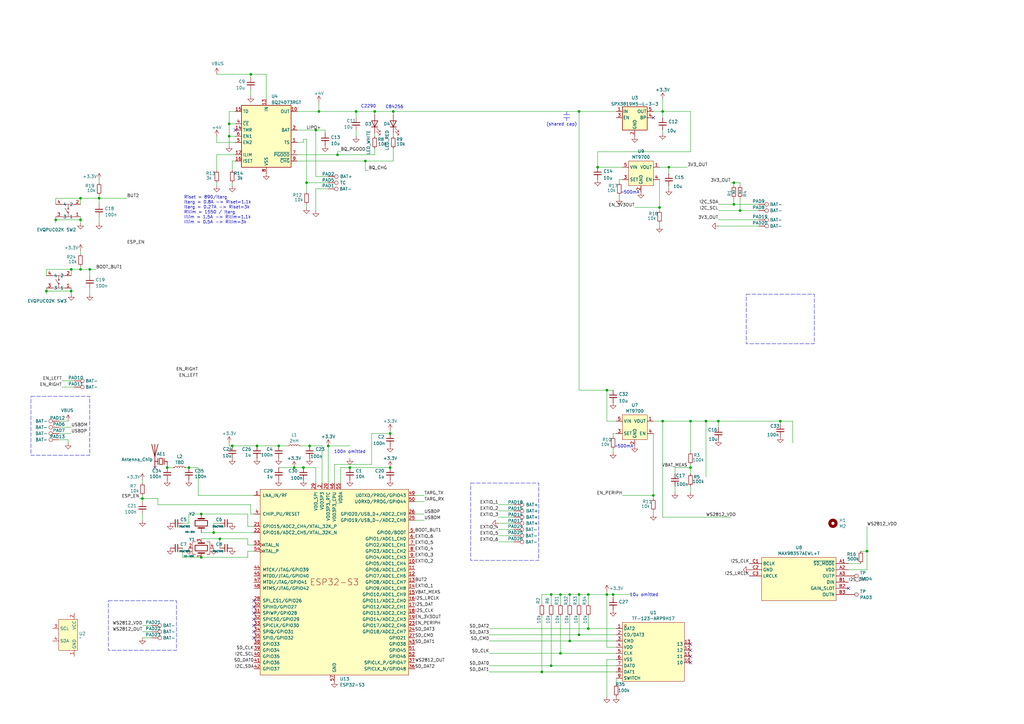
<source format=kicad_sch>
(kicad_sch (version 20231120) (generator "eeschema") (generator_version "8.0")
  (paper "A3")
  (junction (at 320.04 172.72))
  (junction (at 229.87 267.97))
  (junction (at 160.02 177.8))
  (junction (at 248.92 160.02))
  (junction (at 105.41 182.88))
  (junction (at 226.06 243.84))
  (junction (at 33.02 90.17))
  (junction (at 22.86 90.17))
  (junction (at 160.02 191.77))
  (junction (at 33.02 110.49))
  (junction (at -27.94 184.15))
  (junction (at 130.81 45.72))
  (junction (at 289.56 172.72))
  (junction (at 222.25 275.59))
  (junction (at 93.98 50.8))
  (junction (at 300.99 74.93))
  (junction (at 241.3 243.84))
  (junction (at 95.25 182.88))
  (junction (at 124.46 191.77))
  (junction (at 120.65 191.77))
  (junction (at 283.21 172.72))
  (junction (at 237.49 45.72))
  (junction (at 270.51 85.09))
  (junction (at 93.98 55.88))
  (junction (at 90.17 220.98))
  (junction (at 233.68 243.84))
  (junction (at 241.3 257.81))
  (junction (at 153.67 45.72))
  (junction (at 143.51 191.77))
  (junction (at 33.02 81.28))
  (junction (at 82.55 228.6))
  (junction (at 102.87 30.48))
  (junction (at 294.64 172.72))
  (junction (at 149.86 66.04))
  (junction (at 129.54 53.34))
  (junction (at 226.06 273.05))
  (junction (at 58.42 204.47))
  (junction (at 146.05 45.72))
  (junction (at 274.32 68.58))
  (junction (at 127 182.88))
  (junction (at 251.46 243.84))
  (junction (at 114.3 182.88))
  (junction (at 283.21 191.77))
  (junction (at 303.53 86.36))
  (junction (at 19.05 119.38))
  (junction (at 300.99 83.82))
  (junction (at 237.49 243.84))
  (junction (at 161.29 45.72))
  (junction (at -27.94 181.61))
  (junction (at 87.63 218.44))
  (junction (at 233.68 262.89))
  (junction (at 36.83 110.49))
  (junction (at 125.73 74.93))
  (junction (at 29.21 110.49))
  (junction (at 138.43 63.5))
  (junction (at 82.55 210.82))
  (junction (at 229.87 243.84))
  (junction (at -48.26 204.47))
  (junction (at 355.6 226.06))
  (junction (at 271.78 45.72))
  (junction (at 134.62 182.88))
  (junction (at 245.11 68.58))
  (junction (at 267.97 203.2))
  (junction (at 68.58 191.77))
  (junction (at 237.49 260.35))
  (junction (at 77.47 191.77))
  (junction (at 271.78 172.72))
  (junction (at 29.21 119.38))
  (junction (at 40.64 81.28))
  (junction (at 248.92 243.84))
  (no_connect (at 104.14 251.46))
  (no_connect (at 347.98 241.3))
  (no_connect (at 63.5 191.77))
  (no_connect (at 267.97 48.26))
  (no_connect (at 104.14 261.62))
  (no_connect (at 283.21 269.24))
  (no_connect (at 283.21 264.16))
  (no_connect (at 104.14 259.08))
  (no_connect (at -29.21 196.85))
  (no_connect (at 104.14 248.92))
  (no_connect (at 104.14 254))
  (no_connect (at 104.14 256.54))
  (no_connect (at 96.52 53.34))
  (no_connect (at -29.21 194.31))
  (no_connect (at 283.21 271.78))
  (no_connect (at 104.14 246.38))
  (no_connect (at 283.21 266.7))
  (wire (pts (xy 101.6 210.82) (xy 101.6 215.9)))
  (wire (pts (xy 233.68 243.84) (xy 237.49 243.84)))
  (wire (pts (xy 300.99 81.28) (xy 300.99 83.82)))
  (wire (pts (xy 81.28 191.77) (xy 77.47 191.77)))
  (wire (pts (xy -26.67 165.1) (xy -26.67 166.37)))
  (wire (pts (xy 248.92 160.02) (xy 248.92 172.72)))
  (wire (pts (xy 303.53 74.93) (xy 303.53 76.2)))
  (wire (pts (xy 81.28 203.2) (xy 81.28 191.77)))
  (wire (pts (xy 300.99 83.82) (xy 311.15 83.82)))
  (wire (pts (xy 58.42 256.54) (xy 62.23 256.54)))
  (wire (pts (xy 25.4 158.75) (xy 30.48 158.75)))
  (wire (pts (xy 271.78 45.72) (xy 271.78 40.64)))
  (wire (pts (xy 82.55 218.44) (xy 87.63 218.44)))
  (wire (pts (xy 129.54 53.34) (xy 129.54 72.39)))
  (wire (pts (xy 124.46 58.42) (xy 121.92 58.42)))
  (wire (pts (xy -52.07 232.41) (xy -50.8 232.41)))
  (wire (pts (xy 254 81.28) (xy 254 80.01)))
  (wire (pts (xy 33.02 90.17) (xy 33.02 91.44)))
  (wire (pts (xy 77.47 214.63) (xy 77.47 210.82)))
  (wire (pts (xy 121.92 66.04) (xy 149.86 66.04)))
  (polyline (pts (xy 232.41 45.72) (xy 232.41 46.99)))
  (wire (pts (xy 283.21 199.39) (xy 283.21 201.93)))
  (wire (pts (xy 146.05 55.88) (xy 146.05 53.34)))
  (wire (pts (xy 325.12 172.72) (xy 325.12 181.61)))
  (wire (pts (xy 283.21 172.72) (xy 289.56 172.72)))
  (wire (pts (xy 161.29 45.72) (xy 161.29 46.99)))
  (wire (pts (xy -26.67 166.37) (xy -29.21 166.37)))
  (wire (pts (xy 93.98 50.8) (xy 93.98 55.88)))
  (wire (pts (xy 58.42 196.85) (xy 58.42 198.12)))
  (wire (pts (xy 25.4 156.21) (xy 30.48 156.21)))
  (wire (pts (xy 283.21 191.77) (xy 283.21 194.31)))
  (wire (pts (xy 252.73 260.35) (xy 237.49 260.35)))
  (wire (pts (xy 270.51 85.09) (xy 270.51 86.36)))
  (wire (pts (xy 294.64 90.17) (xy 311.15 90.17)))
  (wire (pts (xy 121.92 63.5) (xy 138.43 63.5)))
  (wire (pts (xy 149.86 66.04) (xy 161.29 66.04)))
  (wire (pts (xy 267.97 210.82) (xy 267.97 209.55)))
  (wire (pts (xy 254 73.66) (xy 255.27 73.66)))
  (wire (pts (xy 118.11 182.88) (xy 114.3 182.88)))
  (wire (pts (xy 102.87 30.48) (xy 109.22 30.48)))
  (wire (pts (xy 58.42 204.47) (xy 58.42 205.74)))
  (wire (pts (xy 29.21 110.49) (xy 19.05 110.49)))
  (wire (pts (xy 320.04 172.72) (xy 325.12 172.72)))
  (wire (pts (xy 125.73 57.15) (xy 125.73 74.93)))
  (wire (pts (xy 77.47 214.63) (xy 74.93 214.63)))
  (wire (pts (xy 58.42 261.62) (xy 62.23 261.62)))
  (wire (pts (xy 127 182.88) (xy 132.08 182.88)))
  (wire (pts (xy 161.29 60.96) (xy 161.29 66.04)))
  (wire (pts (xy 241.3 257.81) (xy 252.73 257.81)))
  (wire (pts (xy 109.22 30.48) (xy 109.22 40.64)))
  (wire (pts (xy 33.02 88.9) (xy 33.02 90.17)))
  (wire (pts (xy 245.11 62.23) (xy 245.11 68.58)))
  (wire (pts (xy 270.51 73.66) (xy 270.51 85.09)))
  (wire (pts (xy 237.49 45.72) (xy 252.73 45.72)))
  (wire (pts (xy -27.94 179.07) (xy -29.21 179.07)))
  (wire (pts (xy 270.51 68.58) (xy 274.32 68.58)))
  (wire (pts (xy 204.47 214.63) (xy 210.82 214.63)))
  (wire (pts (xy 303.53 86.36) (xy 311.15 86.36)))
  (wire (pts (xy -38.1 229.87) (xy -52.07 229.87)))
  (wire (pts (xy 173.99 203.2) (xy 170.18 203.2)))
  (wire (pts (xy 88.9 58.42) (xy 88.9 55.88)))
  (wire (pts (xy 64.77 207.01) (xy 102.87 207.01)))
  (polyline (pts (xy 232.41 48.26) (xy 232.41 49.53)))
  (wire (pts (xy 36.83 110.49) (xy 39.37 110.49)))
  (wire (pts (xy 347.98 233.68) (xy 355.6 233.68)))
  (wire (pts (xy 138.43 62.23) (xy 138.43 63.5)))
  (wire (pts (xy 204.47 209.55) (xy 210.82 209.55)))
  (wire (pts (xy 33.02 81.28) (xy 22.86 81.28)))
  (wire (pts (xy 241.3 252.73) (xy 241.3 257.81)))
  (wire (pts (xy 132.08 182.88) (xy 132.08 198.12)))
  (wire (pts (xy 222.25 252.73) (xy 222.25 275.59)))
  (wire (pts (xy 222.25 247.65) (xy 222.25 243.84)))
  (wire (pts (xy 153.67 45.72) (xy 153.67 46.99)))
  (wire (pts (xy 222.25 275.59) (xy 200.66 275.59)))
  (wire (pts (xy -52.07 204.47) (xy -48.26 204.47)))
  (wire (pts (xy 95.25 182.88) (xy 105.41 182.88)))
  (wire (pts (xy 153.67 55.88) (xy 153.67 54.61)))
  (wire (pts (xy 139.7 191.77) (xy 143.51 191.77)))
  (polyline (pts (xy 231.14 46.99) (xy 233.68 46.99)))
  (wire (pts (xy 129.54 77.47) (xy 129.54 86.36)))
  (wire (pts (xy 74.93 228.6) (xy 82.55 228.6)))
  (wire (pts (xy 237.49 160.02) (xy 248.92 160.02)))
  (wire (pts (xy 40.64 81.28) (xy 52.07 81.28)))
  (wire (pts (xy 93.98 45.72) (xy 93.98 50.8)))
  (wire (pts (xy 274.32 68.58) (xy 274.32 71.12)))
  (wire (pts (xy -48.26 204.47) (xy -48.26 205.74)))
  (wire (pts (xy 229.87 267.97) (xy 252.73 267.97)))
  (wire (pts (xy 237.49 260.35) (xy 200.66 260.35)))
  (wire (pts (xy 204.47 222.25) (xy 210.82 222.25)))
  (wire (pts (xy 161.29 45.72) (xy 237.49 45.72)))
  (wire (pts (xy 102.87 39.37) (xy 102.87 36.83)))
  (wire (pts (xy 173.99 213.36) (xy 170.18 213.36)))
  (wire (pts (xy 29.21 119.38) (xy 29.21 120.65)))
  (wire (pts (xy 40.64 88.9) (xy 40.64 91.44)))
  (wire (pts (xy 125.73 83.82) (xy 125.73 85.09)))
  (wire (pts (xy 200.66 273.05) (xy 226.06 273.05)))
  (wire (pts (xy 130.81 45.72) (xy 146.05 45.72)))
  (wire (pts (xy 289.56 172.72) (xy 294.64 172.72)))
  (wire (pts (xy 129.54 191.77) (xy 129.54 198.12)))
  (wire (pts (xy 204.47 212.09) (xy 210.82 212.09)))
  (wire (pts (xy 276.86 199.39) (xy 276.86 201.93)))
  (wire (pts (xy -48.26 204.47) (xy -44.45 204.47)))
  (wire (pts (xy 200.66 257.81) (xy 241.3 257.81)))
  (wire (pts (xy -29.21 181.61) (xy -27.94 181.61)))
  (wire (pts (xy 22.86 90.17) (xy 33.02 90.17)))
  (wire (pts (xy 237.49 243.84) (xy 237.49 247.65)))
  (wire (pts (xy 87.63 218.44) (xy 104.14 218.44)))
  (wire (pts (xy 153.67 60.96) (xy 153.67 63.5)))
  (wire (pts (xy 229.87 243.84) (xy 233.68 243.84)))
  (wire (pts (xy 104.14 226.06) (xy 101.6 226.06)))
  (wire (pts (xy 160.02 176.53) (xy 160.02 177.8)))
  (wire (pts (xy 300.99 74.93) (xy 303.53 74.93)))
  (wire (pts (xy -24.13 227.33) (xy -52.07 227.33)))
  (wire (pts (xy 299.72 74.93) (xy 300.99 74.93)))
  (wire (pts (xy 161.29 45.72) (xy 153.67 45.72)))
  (wire (pts (xy 88.9 63.5) (xy 88.9 69.85)))
  (wire (pts (xy 58.42 204.47) (xy 57.15 204.47)))
  (wire (pts (xy 40.64 80.01) (xy 40.64 81.28)))
  (wire (pts (xy 283.21 45.72) (xy 283.21 62.23)))
  (wire (pts (xy 226.06 273.05) (xy 252.73 273.05)))
  (wire (pts (xy 347.98 231.14) (xy 353.06 231.14)))
  (wire (pts (xy 283.21 172.72) (xy 283.21 185.42)))
  (wire (pts (xy 87.63 214.63) (xy 87.63 218.44)))
  (wire (pts (xy 114.3 191.77) (xy 120.65 191.77)))
  (wire (pts (xy 252.73 278.13) (xy 252.73 280.67)))
  (wire (pts (xy 151.13 69.85) (xy 149.86 69.85)))
  (wire (pts (xy 251.46 243.84) (xy 248.92 243.84)))
  (wire (pts (xy 96.52 55.88) (xy 93.98 55.88)))
  (wire (pts (xy 229.87 243.84) (xy 229.87 247.65)))
  (wire (pts (xy 58.42 259.08) (xy 62.23 259.08)))
  (wire (pts (xy 248.92 270.51) (xy 248.92 285.75)))
  (wire (pts (xy 124.46 57.15) (xy 125.73 57.15)))
  (wire (pts (xy 137.16 190.5) (xy 152.4 190.5)))
  (wire (pts (xy 90.17 220.98) (xy 90.17 224.79)))
  (wire (pts (xy 74.93 224.79) (xy 74.93 228.6)))
  (wire (pts (xy 101.6 215.9) (xy 104.14 215.9)))
  (wire (pts (xy 283.21 190.5) (xy 283.21 191.77)))
  (wire (pts (xy 96.52 63.5) (xy 88.9 63.5)))
  (wire (pts (xy 237.49 252.73) (xy 237.49 260.35)))
  (wire (pts (xy 104.14 203.2) (xy 81.28 203.2)))
  (wire (pts (xy 267.97 172.72) (xy 271.78 172.72)))
  (wire (pts (xy 29.21 175.26) (xy 24.13 175.26)))
  (wire (pts (xy 102.87 210.82) (xy 102.87 207.01)))
  (wire (pts (xy 27.94 172.72) (xy 24.13 172.72)))
  (polyline (pts (xy 231.14 48.26) (xy 233.68 48.26)))
  (wire (pts (xy 33.02 110.49) (xy 36.83 110.49)))
  (wire (pts (xy 248.92 160.02) (xy 251.46 160.02)))
  (wire (pts (xy 77.47 210.82) (xy 82.55 210.82)))
  (wire (pts (xy -50.8 232.41) (xy -50.8 242.57)))
  (wire (pts (xy 161.29 55.88) (xy 161.29 54.61)))
  (wire (pts (xy -49.53 237.49) (xy -52.07 237.49)))
  (wire (pts (xy 93.98 55.88) (xy 93.98 59.69)))
  (wire (pts (xy 233.68 262.89) (xy 252.73 262.89)))
  (wire (pts (xy 27.94 180.34) (xy 24.13 180.34)))
  (wire (pts (xy 252.73 275.59) (xy 222.25 275.59)))
  (wire (pts (xy 260.35 85.09) (xy 270.51 85.09)))
  (wire (pts (xy 96.52 58.42) (xy 88.9 58.42)))
  (wire (pts (xy 300.99 74.93) (xy 300.99 76.2)))
  (wire (pts (xy 29.21 177.8) (xy 24.13 177.8)))
  (wire (pts (xy 101.6 223.52) (xy 104.14 223.52)))
  (wire (pts (xy 229.87 252.73) (xy 229.87 267.97)))
  (wire (pts (xy 143.51 191.77) (xy 160.02 191.77)))
  (wire (pts (xy 204.47 219.71) (xy 210.82 219.71)))
  (wire (pts (xy 204.47 207.01) (xy 210.82 207.01)))
  (wire (pts (xy 173.99 205.74) (xy 170.18 205.74)))
  (wire (pts (xy -27.94 184.15) (xy -26.67 184.15)))
  (wire (pts (xy 149.86 66.04) (xy 149.86 69.85)))
  (wire (pts (xy -27.94 181.61) (xy -26.67 181.61)))
  (wire (pts (xy 294.64 86.36) (xy 303.53 86.36)))
  (wire (pts (xy 77.47 191.77) (xy 76.2 191.77)))
  (wire (pts (xy -27.94 186.69) (xy -27.94 184.15)))
  (wire (pts (xy 248.92 243.84) (xy 248.92 265.43)))
  (wire (pts (xy 120.65 191.77) (xy 124.46 191.77)))
  (wire (pts (xy 271.78 53.34) (xy 271.78 54.61)))
  (wire (pts (xy 283.21 45.72) (xy 271.78 45.72)))
  (wire (pts (xy 252.73 270.51) (xy 248.92 270.51)))
  (wire (pts (xy -29.21 173.99) (xy -17.78 173.99)))
  (wire (pts (xy 64.77 204.47) (xy 64.77 207.01)))
  (wire (pts (xy -11.43 171.45) (xy -11.43 173.99)))
  (wire (pts (xy 303.53 81.28) (xy 303.53 86.36)))
  (wire (pts (xy 271.78 45.72) (xy 271.78 48.26)))
  (wire (pts (xy -29.21 171.45) (xy -11.43 171.45)))
  (wire (pts (xy 271.78 172.72) (xy 283.21 172.72)))
  (wire (pts (xy 143.51 182.88) (xy 134.62 182.88)))
  (wire (pts (xy 124.46 191.77) (xy 129.54 191.77)))
  (wire (pts (xy 22.86 91.44) (xy 22.86 90.17)))
  (wire (pts (xy 173.99 210.82) (xy 170.18 210.82)))
  (wire (pts (xy 93.98 181.61) (xy 93.98 182.88)))
  (wire (pts (xy 271.78 212.09) (xy 299.72 212.09)))
  (wire (pts (xy 241.3 243.84) (xy 248.92 243.84)))
  (wire (pts (xy 40.64 73.66) (xy 40.64 74.93)))
  (wire (pts (xy -49.53 234.95) (xy -52.07 234.95)))
  (wire (pts (xy 134.62 182.88) (xy 134.62 198.12)))
  (wire (pts (xy 19.05 119.38) (xy 19.05 120.65)))
  (wire (pts (xy 19.05 110.49) (xy 19.05 113.03)))
  (wire (pts (xy 200.66 262.89) (xy 233.68 262.89)))
  (wire (pts (xy 274.32 68.58) (xy 281.94 68.58)))
  (wire (pts (xy 294.64 172.72) (xy 320.04 172.72)))
  (wire (pts (xy 251.46 177.8) (xy 252.73 177.8)))
  (wire (pts (xy 146.05 48.26) (xy 146.05 45.72)))
  (wire (pts (xy 40.64 81.28) (xy 40.64 83.82)))
  (wire (pts (xy 245.11 68.58) (xy 255.27 68.58)))
  (wire (pts (xy 71.12 191.77) (xy 68.58 191.77)))
  (wire (pts (xy 200.66 267.97) (xy 229.87 267.97)))
  (wire (pts (xy 96.52 66.04) (xy 95.25 66.04)))
  (wire (pts (xy 22.86 88.9) (xy 22.86 90.17)))
  (wire (pts (xy 82.55 220.98) (xy 90.17 220.98)))
  (wire (pts (xy 251.46 243.84) (xy 251.46 245.11)))
  (wire (pts (xy 320.04 173.99) (xy 320.04 172.72)))
  (wire (pts (xy 233.68 243.84) (xy 233.68 247.65)))
  (wire (pts (xy 95.25 74.93) (xy 95.25 76.2)))
  (wire (pts (xy 241.3 243.84) (xy 241.3 247.65)))
  (wire (pts (xy 27.94 181.61) (xy 27.94 180.34)))
  (wire (pts (xy 22.86 81.28) (xy 22.86 83.82)))
  (wire (pts (xy 123.19 182.88) (xy 127 182.88)))
  (wire (pts (xy 96.52 45.72) (xy 93.98 45.72)))
  (wire (pts (xy 233.68 252.73) (xy 233.68 262.89)))
  (wire (pts (xy 133.35 54.61) (xy 133.35 53.34)))
  (wire (pts (xy 254 74.93) (xy 254 73.66)))
  (wire (pts (xy 276.86 194.31) (xy 276.86 191.77)))
  (wire (pts (xy 255.27 203.2) (xy 267.97 203.2)))
  (wire (pts (xy 267.97 203.2) (xy 267.97 204.47)))
  (wire (pts (xy 129.54 77.47) (xy 134.62 77.47)))
  (wire (pts (xy 138.43 63.5) (xy 153.67 63.5)))
  (wire (pts (xy 139.7 198.12) (xy 139.7 191.77)))
  (wire (pts (xy 294.64 83.82) (xy 300.99 83.82)))
  (wire (pts (xy 204.47 217.17) (xy 210.82 217.17)))
  (wire (pts (xy 294.64 92.71) (xy 311.15 92.71)))
  (wire (pts (xy 276.86 191.77) (xy 283.21 191.77)))
  (wire (pts (xy 33.02 102.87) (xy 33.02 104.14)))
  (wire (pts (xy 58.42 203.2) (xy 58.42 204.47)))
  (wire (pts (xy 152.4 177.8) (xy 160.02 177.8)))
  (wire (pts (xy 90.17 220.98) (xy 101.6 220.98)))
  (wire (pts (xy 245.11 62.23) (xy 283.21 62.23)))
  (wire (pts (xy 222.25 243.84) (xy 226.06 243.84)))
  (wire (pts (xy 19.05 118.11) (xy 19.05 119.38)))
  (wire (pts (xy 29.21 118.11) (xy 29.21 119.38)))
  (wire (pts (xy 226.06 252.73) (xy 226.06 273.05)))
  (wire (pts (xy 355.6 215.9) (xy 355.6 226.06)))
  (wire (pts (xy 353.06 226.06) (xy 355.6 226.06)))
  (wire (pts (xy 36.83 118.11) (xy 36.83 120.65)))
  (wire (pts (xy 101.6 228.6) (xy 82.55 228.6)))
  (wire (pts (xy 267.97 45.72) (xy 271.78 45.72)))
  (wire (pts (xy 58.42 204.47) (xy 64.77 204.47)))
  (wire (pts (xy 237.49 45.72) (xy 237.49 160.02)))
  (wire (pts (xy 271.78 172.72) (xy 271.78 212.09)))
  (wire (pts (xy 105.41 182.88) (xy 114.3 182.88)))
  (wire (pts (xy 294.64 172.72) (xy 294.64 175.26)))
  (wire (pts (xy 133.35 53.34) (xy 129.54 53.34)))
  (wire (pts (xy 248.92 172.72) (xy 252.73 172.72)))
  (wire (pts (xy 124.46 57.15) (xy 124.46 58.42)))
  (wire (pts (xy 29.21 110.49) (xy 33.02 110.49)))
  (wire (pts (xy 19.05 119.38) (xy 29.21 119.38)))
  (wire (pts (xy 58.42 210.82) (xy 58.42 213.36)))
  (wire (pts (xy 88.9 74.93) (xy 88.9 76.2)))
  (wire (pts (xy 251.46 185.42) (xy 251.46 184.15)))
  (wire (pts (xy 139.7 62.23) (xy 138.43 62.23)))
  (wire (pts (xy 102.87 30.48) (xy 88.9 30.48)))
  (wire (pts (xy 33.02 109.22) (xy 33.02 110.49)))
  (wire (pts (xy 270.51 92.71) (xy 270.51 91.44)))
  (wire (pts (xy 82.55 210.82) (xy 101.6 210.82)))
  (wire (pts (xy 130.81 41.91) (xy 130.81 45.72)))
  (wire (pts (xy 29.21 110.49) (xy 29.21 113.03)))
  (wire (pts (xy -29.21 184.15) (xy -27.94 184.15)))
  (wire (pts (xy 95.25 66.04) (xy 95.25 69.85)))
  (wire (pts (xy 36.83 110.49) (xy 36.83 113.03)))
  (wire (pts (xy 252.73 265.43) (xy 248.92 265.43)))
  (wire (pts (xy 226.06 243.84) (xy 226.06 247.65)))
  (wire (pts (xy 121.92 53.34) (xy 129.54 53.34)))
  (wire (pts (xy 125.73 74.93) (xy 125.73 78.74)))
  (wire (pts (xy 137.16 190.5) (xy 137.16 198.12)))
  (wire (pts (xy 289.56 195.58) (xy 289.56 172.72)))
  (wire (pts (xy 87.63 214.63) (xy 90.17 214.63)))
  (wire (pts (xy 33.02 81.28) (xy 33.02 83.82)))
  (wire (pts (xy 125.73 74.93) (xy 134.62 74.93)))
  (wire (pts (xy 102.87 31.75) (xy 102.87 30.48)))
  (wire (pts (xy 226.06 243.84) (xy 229.87 243.84)))
  (wire (pts (xy 251.46 179.07) (xy 251.46 177.8)))
  (wire (pts (xy 93.98 182.88) (xy 95.25 182.88)))
  (wire (pts (xy 259.08 243.84) (xy 251.46 243.84)))
  (wire (pts (xy 355.6 226.06) (xy 355.6 233.68)))
  (wire (pts (xy -29.21 186.69) (xy -27.94 186.69)))
  (wire (pts (xy 96.52 50.8) (xy 93.98 50.8)))
  (wire (pts (xy 134.62 72.39) (xy 129.54 72.39)))
  (wire (pts (xy -27.94 181.61) (xy -27.94 179.07)))
  (wire (pts (xy 101.6 226.06) (xy 101.6 228.6)))
  (wire (pts (xy 146.05 45.72) (xy 153.67 45.72)))
  (wire (pts (xy 104.14 210.82) (xy 102.87 210.82)))
  (wire (pts (xy 152.4 190.5) (xy 152.4 177.8)))
  (wire (pts (xy 274.32 76.2) (xy 274.32 77.47)))
  (wire (pts (xy 237.49 243.84) (xy 241.3 243.84)))
  (wire (pts (xy 121.92 45.72) (xy 130.81 45.72)))
  (wire (pts (xy 248.92 242.57) (xy 248.92 243.84)))
  (wire (pts (xy 101.6 220.98) (xy 101.6 223.52)))
  (wire (pts (xy 33.02 81.28) (xy 40.64 81.28)))
  (wire (pts (xy 267.97 177.8) (xy 267.97 203.2)))
  (rectangle (start 220.98 198.12) (end 193.04 229.87) (stroke (width 0) (type dash)))
  (rectangle (start 44.45 246.38) (end 72.39 266.7) (stroke (width 0) (type dash)))
  (rectangle (start 306.07 120.65) (end 334.01 140.97) (stroke (width 0) (type dash)))
  (rectangle (start 12.7 162.56) (end 36.83 186.69) (stroke (width 0) (type dash)))
  (text "s3 - 2.2\ns3FH8 - 3.0\nc3fh4 - 1.4\nc3 - 1.2\n16M - 0.3-0.5\n\nS3@8 - 3.0\nS3@16 - 2.5\nc3@16 - 1.5" (at 434.086 233.426 0) (effects (font (size 1.27 1.27))))
  (text "RTS\nDTR\nGND\nPRX\nPTX" (at -61.468 233.426 0) (effects (font (size 1.27 1.27))))
  (text "10u omitted" (at 264.16 244.094 0) (effects (font (size 1.27 1.27))))
  (text "Riset = 890/Itarg\nItarg = 0.8A -> Riset=1.1k\nItarg = 0.27A -> Riset=3k\nRilim = 1550 / Itarg\nIilim = 1.5A -> Rilim=1.1k\nIilim = 0.5A -> Rilim=3k" (at 75.438 91.948 0) (effects (font (size 1.27 1.27)) (justify left bottom)))
  (text "~500mA" (at 258.572 78.994 0) (effects (font (size 1.27 1.27))))
  (text "C84256" (at 161.798 43.942 0) (effects (font (size 1.27 1.27))))
  (text "C2290" (at 151.13 43.688 0) (effects (font (size 1.27 1.27))))
  (text "~500mA" (at 256.032 183.134 0) (effects (font (size 1.27 1.27))))
  (text "(shared cap)" (at 230.378 51.054 0) (effects (font (size 1.27 1.27))))
  (text "100n omitted" (at 143.4986 185.4159 0) (effects (font (size 1.27 1.27))))
  (label "SD_CMD" (at 200.66 262.89 180))
  (label "I2S_DAT" (at 347.98 238.76 0))
  (label "EN_3V3OUT" (at 260.35 85.09 180))
  (label "EXTIO_2" (at 204.47 209.55 180))
  (label "EXTIO_5" (at 204.47 219.71 180))
  (label "TARG_RX" (at -49.53 237.49 0))
  (label "BOOT_BUT1" (at 39.37 110.49 0))
  (label "EXTIO_3" (at 204.47 212.09 180))
  (label "WS2812_VDD" (at 289.56 212.09 0))
  (label "USBDP" (at 29.21 177.8 0))
  (label "SD_DAT2" (at 200.66 257.81 180))
  (label "WS2812_VDD" (at 355.6 215.9 0))
  (label "EXTIO_6" (at 204.47 222.25 180))
  (label "I2S_DAT" (at 170.18 248.92 0))
  (label "EN_RIGHT" (at 25.4 158.75 180))
  (label "SD_CLK" (at 200.66 267.97 180))
  (label "SD_DAT1" (at 170.18 264.16 0))
  (label "SD_DAT2" (at 170.18 274.32 0))
  (label "I2C_SCL" (at 104.14 269.24 180))
  (label "SD_DAT1" (at 200.66 275.59 180))
  (label "USBDP" (at 173.99 210.82 0))
  (label "3V3_OUT" (at 294.64 90.17 180))
  (label "BQ_CHG" (at 151.13 69.85 0))
  (label "EXTIO_1" (at 170.18 241.3 0))
  (label "EN_3V3OUT" (at 170.18 254 0))
  (label "EN_PERIPH" (at 255.27 203.2 180))
  (label "SD_CLK" (at 104.14 266.7 180))
  (label "USBDM" (at -26.67 181.61 0))
  (label "I2C_SCL" (at 294.64 86.36 180))
  (label "EN_LEFT" (at 81.28 154.94 180))
  (label "3V3_OUT" (at 281.94 68.58 0))
  (label "USBDP" (at -26.67 184.15 0))
  (label "SD_CMD" (at 170.18 261.62 0))
  (label "I2S_LRCLK" (at 307.34 236.22 180))
  (label "USBDM" (at 173.99 213.36 0))
  (label "WS2812_OUT" (at 170.18 271.78 0))
  (label "EN_RIGHT" (at 81.28 152.4 180))
  (label "LIPO+" (at 125.6755 53.34 0))
  (label "EXTIO_5" (at 170.18 223.52 0))
  (label "SD_DAT3" (at 200.66 260.35 180))
  (label "TARG_TX" (at 173.99 203.2 0))
  (label "EXTIO_4" (at 204.47 217.17 180))
  (label "I2C_SDA" (at 294.64 83.82 180))
  (label "EXTIO_3" (at 170.18 228.6 0))
  (label "ESP_EN" (at 57.15 204.47 180))
  (label "WS2812_OUT" (at 58.42 259.08 180))
  (label "I2S_LRCLK" (at 170.18 246.38 0))
  (label "SD_DAT0" (at 200.66 273.05 180))
  (label "EXTIO_1" (at 204.47 207.01 180))
  (label "SD_DAT0" (at 104.14 271.78 180))
  (label "VBAT_MEAS" (at 170.18 243.84 0))
  (label "EN_LEFT" (at 25.4 156.21 180))
  (label "EXTIO_2" (at 170.18 231.14 0))
  (label "SD_DAT3" (at 170.18 259.08 0))
  (label "BUT2" (at 170.18 238.76 0))
  (label "EXTIO_6" (at 170.18 220.98 0))
  (label "VBAT_MEAS" (at 281.94 191.77 180))
  (label "TARG_RX" (at 173.99 205.74 0))
  (label "EXTIO_4" (at 170.18 226.06 0))
  (label "ESP_EN" (at 52.07 100.33 0))
  (label "ESP_EN" (at -49.53 227.33 0))
  (label "I2S_CLK" (at 170.18 251.46 0))
  (label "BQ_PGOOD" (at 139.7 62.23 0))
  (label "BUT2" (at 52.07 81.28 0))
  (label "EN_PERIPH" (at 170.18 256.54 0))
  (label "I2C_SDA" (at 104.14 274.32 180))
  (label "WS2812_VDD" (at 58.42 256.54 180))
  (label "USBDM" (at 29.21 175.26 0))
  (label "BOOT_BUT1" (at -38.1 229.87 0))
  (label "TARG_TX" (at -49.53 234.95 0))
  (label "I2S_CLK" (at 307.34 231.14 180))
  (label "BOOT_BUT1" (at 170.18 218.44 0))
  (label "3V3_OUT" (at 299.72 74.93 180))
  (symbol (lib_id "power:GND") (at 29.21 120.65 0) (unit 1)
    (property "Reference" "#PWR067" (effects (hide yes)))
    (property "Value" "GND" (effects (hide yes)))
  )
  (symbol (lib_id "power:GND") (at 133.35 59.69 0) (unit 1)
    (property "Reference" "#PWR034" (effects (hide yes)))
    (property "Value" "GND" (effects (hide yes)))
  )
  (symbol (lib_id "Connector:TestPoint") (at 62.23 261.62 270) (mirror x) (unit 1)
    (property "Reference" "PAD23" (at 59.69 260.35 90) (effects (justify left)))
    (property "Value" "BAT-" (at 66.802 261.62 90) (effects (justify left)))
    (property "Footprint" "Critbit_lib:diy_castellate_2.54" (effects (hide yes)))
    (property "Description" "test point" (effects (hide yes)))
  )
  (symbol (lib_id "power:GND") (at 105.41 187.96 0) (unit 1)
    (property "Reference" "#PWR046" (effects (hide yes)))
    (property "Value" "GND" (effects (hide yes)))
  )
  (symbol (lib_id "power:GND") (at 77.47 224.79 0) (unit 1)
    (property "Reference" "#PWR019" (effects (hide yes)))
    (property "Value" "GND" (effects (hide yes)))
  )
  (symbol (lib_id "power:GND") (at 58.42 213.36 0) (mirror y) (unit 1)
    (property "Reference" "#PWR073" (effects (hide yes)))
    (property "Value" "GND" (effects (hide yes)))
  )
  (symbol (lib_id "power:+3.3V") (at 40.64 73.66 0) (mirror y) (unit 1)
    (property "Reference" "#PWR050" (effects (hide yes)))
    (property "Value" "+3.3V" (at 36.83 72.39 0))
  )
  (symbol (lib_id "power:GND") (at 270.51 92.71 0) (mirror y) (unit 1)
    (property "Reference" "#PWR022" (effects (hide yes)))
    (property "Value" "GND" (effects (hide yes)))
  )
  (symbol (lib_id "Device:C_Small") (at 127 185.42 0) (unit 1)
    (property "Reference" "C23" (at 129.3368 184.2516 0) (effects (justify left)))
    (property "Value" "100n" (at 127.254 187.198 0) (effects (justify left)))
    (property "Footprint" "Capacitor_SMD:C_0402_1005Metric" (effects (hide yes)))
    (property "LCSC" "C1525" (effects (hide yes)))
  )
  (symbol (lib_id "Connector_Generic:Conn_01x05") (at -57.15 232.41 0) (mirror y) (unit 1)
    (property "Reference" "J2" (at -57.658 242.9623 0))
    (property "Value" "Conn_01x05" (at -57.658 240.538 0))
    (property "Footprint" "Connector_PinHeader_1.27mm:PinHeader_1x05_P1.27mm_Vertical" (effects (hide yes)))
    (property "Description" "Generic connector, single row, 01x05, script generated (kicad-library-utils/schlib/autogen/connector/)" (effects (hide yes)))
  )
  (symbol (lib_id "Device:R_Small") (at 161.29 58.42 0) (mirror x) (unit 1)
    (property "Reference" "R9" (at 163.83 57.15 0))
    (property "Value" "10k" (at 164.465 59.055 0))
    (property "Footprint" "Resistor_SMD:R_0402_1005Metric" (effects (hide yes)))
  )
  (symbol (lib_id "power:GND") (at 95.25 76.2 0) (unit 1)
    (property "Reference" "#PWR040" (effects (hide yes)))
    (property "Value" "GND" (effects (hide yes)))
  )
  (symbol (lib_id "power:+3.3V") (at 33.02 102.87 0) (mirror y) (unit 1)
    (property "Reference" "#PWR061" (effects (hide yes)))
    (property "Value" "+3.3V" (at 29.21 101.6 0))
  )
  (symbol (lib_id "power:GND") (at 127 187.96 0) (mirror y) (unit 1)
    (property "Reference" "#PWR045" (effects (hide yes)))
    (property "Value" "GND" (effects (hide yes)))
  )
  (symbol (lib_id "power:GND") (at 262.89 78.74 0) (unit 1)
    (property "Reference" "#PWR023" (effects (hide yes)))
    (property "Value" "GND" (effects (hide yes)))
  )
  (symbol (lib_id "power:GND") (at 307.34 233.68 270) (unit 1)
    (property "Reference" "#PWR021" (effects (hide yes)))
    (property "Value" "GND" (effects (hide yes)))
  )
  (symbol (lib_id "power:VBUS") (at -26.67 165.1 0) (unit 1)
    (property "Reference" "#PWR069" (effects (hide yes)))
    (property "Value" "VBUS" (at -26.289 160.7058 0))
  )
  (symbol (lib_id "Connector:TestPoint") (at 134.62 77.47 270) (mirror x) (unit 1)
    (property "Reference" "PAD1" (at 132.08 76.2 90) (effects (justify left)))
    (property "Value" "BAT-" (at 139.192 77.47 90) (effects (justify left)))
    (property "Footprint" "Critbit_lib:diy_castellate_2.54" (effects (hide yes)))
    (property "Description" "test point" (effects (hide yes)))
  )
  (symbol (lib_id "power:GND") (at 36.83 120.65 0) (unit 1)
    (property "Reference" "#PWR068" (effects (hide yes)))
    (property "Value" "GND" (effects (hide yes)))
  )
  (symbol (lib_id "Device:C_Small") (at 68.58 194.31 0) (mirror y) (unit 1)
    (property "Reference" "C34" (at 66.2432 193.1416 0) (effects (justify left)))
    (property "Value" "100n" (at 66.2432 195.453 0) (effects (justify left)))
    (property "Footprint" "Capacitor_SMD:C_0402_1005Metric" (effects (hide yes)))
    (property "LCSC" "C1525" (effects (hide yes)))
  )
  (symbol (lib_id "Device:C_Small") (at 160.02 194.31 0) (mirror y) (unit 1)
    (property "Reference" "C20" (at 157.6832 193.1416 0) (effects (justify left)))
    (property "Value" "1u" (at 157.6832 195.453 0) (effects (justify left)))
    (property "Footprint" "Capacitor_SMD:C_0402_1005Metric" (effects (hide yes)))
    (property "LCSC" "C1525" (effects (hide yes)))
  )
  (symbol (lib_id "Connector:TestPoint") (at 30.48 156.21 270) (mirror x) (unit 1)
    (property "Reference" "PAD10" (at 27.94 154.94 90) (effects (justify left)))
    (property "Value" "BAT-" (at 35.052 156.21 90) (effects (justify left)))
    (property "Footprint" "Critbit_lib:diy_castellate_2.54" (effects (hide yes)))
    (property "Description" "test point" (effects (hide yes)))
  )
  (symbol (lib_id "Device:C_Small") (at 146.05 50.8 0) (mirror y) (unit 1)
    (property "Reference" "C11" (at 146.05 49.53 0) (effects (justify left)))
    (property "Value" "10u" (at 144.78 52.07 0) (effects (justify left)))
    (property "Footprint" "Capacitor_SMD:C_0603_1608Metric" (effects (hide yes)))
  )
  (symbol (lib_id "Device:Crystal") (at 82.55 214.63 270) (unit 1)
    (property "Reference" "Y2" (at 78.74 210.82 90))
    (property "Value" "XO-32K" (at 77.978 218.186 90) (effects (font (size 0.65 0.65))))
    (property "Footprint" "Crystal:Crystal_SMD_3215-2Pin_3.2x1.5mm" (effects (hide yes)))
    (property "Description" "Two pin crystal" (effects (hide yes)))
  )
  (symbol (lib_id "Device:R_Small") (at 237.49 250.19 0) (mirror x) (unit 1)
    (property "Reference" "R33" (at 235.966 246.38 90))
    (property "Value" "10k" (at 236.22 254 90))
    (property "Footprint" "Resistor_SMD:R_0402_1005Metric" (effects (hide yes)))
  )
  (symbol (lib_id "Connector:TestPoint") (at 134.62 74.93 270) (mirror x) (unit 1)
    (property "Reference" "PAD5" (at 132.08 73.914 90) (effects (justify left)))
    (property "Value" "TC" (at 139.446 74.93 90) (effects (justify left)))
    (property "Footprint" "Critbit_lib:diy_castellate_2.54" (effects (hide yes)))
    (property "Description" "test point" (effects (hide yes)))
  )
  (symbol (lib_id "Device:Crystal_GND24") (at 82.55 224.79 90) (unit 1)
    (property "Reference" "Y1" (at 78.74 221.234 90))
    (property "Value" "XO-40M" (at 77.47 228.092 90) (effects (font (size 0.65 0.65))))
    (property "Footprint" "Crystal:Crystal_SMD_3225-4Pin_3.2x2.5mm" (effects (hide yes)))
    (property "Description" "Four pin crystal, GND on pins 2 and 4" (effects (hide yes)))
  )
  (symbol (lib_id "Device:C_Small") (at 251.46 247.65 0) (unit 1)
    (property "Reference" "C27" (at 253.7841 246.8216 0) (effects (justify left)))
    (property "Value" "100n" (effects (hide yes)))
    (property "Footprint" "Capacitor_SMD:C_0402_1005Metric" (effects (hide yes)))
  )
  (symbol (lib_id "power:+3.3V") (at 160.02 176.53 0) (unit 1)
    (property "Reference" "#PWR064" (effects (hide yes)))
    (property "Value" "+3.3V" (at 160.02 172.72 0))
  )
  (symbol (lib_id "Regulator_Linear:SPX3819M5-L-3-3") (at 260.35 48.26 0) (unit 1)
    (property "Reference" "U3" (at 260.35 40.1152 0))
    (property "Value" "SPX3819M5-L-3-3" (at 260.35 42.6521 0))
    (property "Footprint" "Package_TO_SOT_SMD:SOT-23-5" (effects (hide yes)))
    (property "Datasheet" "https://www.exar.com/content/document.ashx?id=22106&languageid=1033&type=Datasheet&partnumber=SPX3819&filename=SPX3819.pdf&part=SPX3819" (effects (hide yes)))
  )
  (symbol (lib_id "power:GND") (at 260.35 55.88 0) (unit 1)
    (property "Reference" "#PWR029" (effects (hide yes)))
    (property "Value" "GND" (effects (hide yes)))
  )
  (symbol (lib_id "Device:R_Small") (at 125.73 81.28 180) (unit 1)
    (property "Reference" "R12" (at 121.92 80.01 0))
    (property "Value" "10k" (at 122.555 81.915 0))
    (property "Footprint" "Resistor_SMD:R_0402_1005Metric" (effects (hide yes)))
  )
  (symbol (lib_id "Device:C_Small") (at 36.83 115.57 0) (unit 1)
    (property "Reference" "C19" (at 39.1541 114.7416 0) (effects (justify left)))
    (property "Value" "100n" (at 39.1541 117.2785 0) (effects (justify left)))
    (property "Footprint" "Capacitor_SMD:C_0402_1005Metric" (effects (hide yes)))
  )
  (symbol (lib_id "Device:C_Small") (at 114.3 185.42 0) (mirror y) (unit 1)
    (property "Reference" "C4" (at 111.9632 184.2516 0) (effects (justify left)))
    (property "Value" "100n" (at 111.9632 186.563 0) (effects (justify left)))
    (property "Footprint" "Capacitor_SMD:C_0402_1005Metric" (effects (hide yes)))
    (property "LCSC" "C1525" (effects (hide yes)))
  )
  (symbol (lib_id "Device:C_Small") (at 276.86 196.85 0) (unit 1)
    (property "Reference" "C17" (at 277.114 195.072 0) (effects (justify left)))
    (property "Value" "100n" (at 277.368 198.628 0) (effects (justify left)))
    (property "Footprint" "Capacitor_SMD:C_0402_1005Metric" (effects (hide yes)))
  )
  (symbol (lib_id "power:GND") (at 143.51 196.85 0) (mirror y) (unit 1)
    (property "Reference" "#PWR05" (effects (hide yes)))
    (property "Value" "GND" (effects (hide yes)))
  )
  (symbol (lib_id "Device:R_Small") (at 233.68 250.19 0) (mirror x) (unit 1)
    (property "Reference" "R32" (at 232.156 246.38 90))
    (property "Value" "10k" (at 232.41 254 90))
    (property "Footprint" "Resistor_SMD:R_0402_1005Metric" (effects (hide yes)))
  )
  (symbol (lib_id "power:GND") (at 77.47 196.85 0) (mirror y) (unit 1)
    (property "Reference" "#PWR087" (effects (hide yes)))
    (property "Value" "GND" (effects (hide yes)))
  )
  (symbol (lib_id "power:GND") (at 251.46 185.42 0) (mirror y) (unit 1)
    (property "Reference" "#PWR02" (effects (hide yes)))
    (property "Value" "GND" (effects (hide yes)))
  )
  (symbol (lib_id "power:+3.3V") (at 134.62 182.88 0) (unit 1)
    (property "Reference" "#PWR063" (effects (hide yes)))
    (property "Value" "+3.3V" (at 134.62 179.07 0))
  )
  (symbol (lib_id "power:GND") (at 125.73 85.09 0) (unit 1)
    (property "Reference" "#PWR041" (effects (hide yes)))
    (property "Value" "GND" (effects (hide yes)))
  )
  (symbol (lib_id "Connector:TestPoint") (at 210.82 219.71 270) (mirror x) (unit 1)
    (property "Reference" "PAD25" (at 208.28 218.44 90) (effects (justify left)))
    (property "Value" "BAT-" (at 215.392 219.71 90) (effects (justify left)))
    (property "Footprint" "Critbit_lib:diy_castellate_2.54" (effects (hide yes)))
    (property "Description" "test point" (effects (hide yes)))
  )
  (symbol (lib_id "power:GND") (at 320.04 179.07 0) (unit 1)
    (property "Reference" "#PWR085" (effects (hide yes)))
    (property "Value" "GND" (effects (hide yes)))
  )
  (symbol (lib_id "Device:C_Small") (at 294.64 177.8 0) (unit 1)
    (property "Reference" "C16" (at 290.322 176.276 0) (effects (justify left)))
    (property "Value" "10u" (at 290.576 180.086 0) (effects (justify left)))
    (property "Footprint" "Capacitor_SMD:C_0603_1608Metric" (effects (hide yes)))
  )
  (symbol (lib_id "Device:R_Small") (at 226.06 250.19 0) (mirror x) (unit 1)
    (property "Reference" "R6" (at 224.536 246.38 90))
    (property "Value" "10k" (at 224.79 254 90))
    (property "Footprint" "Resistor_SMD:R_0402_1005Metric" (effects (hide yes)))
  )
  (symbol (lib_id "Connector:TestPoint") (at 311.15 86.36 270) (mirror x) (unit 1)
    (property "Reference" "PAD8" (at 308.61 85.09 90) (effects (justify left)))
    (property "Value" "BAT-" (at 315.722 86.36 90) (effects (justify left)))
    (property "Footprint" "Critbit_lib:diy_castellate_2.54" (effects (hide yes)))
    (property "Description" "test point" (effects (hide yes)))
  )
  (symbol (lib_id "power:GND") (at 251.46 250.19 0) (mirror y) (unit 1)
    (property "Reference" "#PWR049" (effects (hide yes)))
    (property "Value" "GND" (effects (hide yes)))
  )
  (symbol (lib_id "Device:R_Small") (at 283.21 196.85 0) (mirror x) (unit 1)
    (property "Reference" "R5" (at 285.75 195.58 0))
    (property "Value" "100k" (at 286.385 197.485 0))
    (property "Footprint" "Resistor_SMD:R_0402_1005Metric" (effects (hide yes)))
  )
  (symbol (lib_id "power:GND") (at 109.22 71.12 0) (unit 1)
    (property "Reference" "#PWR036" (effects (hide yes)))
    (property "Value" "GND" (effects (hide yes)))
  )
  (symbol (lib_id "power:GND") (at 204.47 214.63 270) (mirror x) (unit 1)
    (property "Reference" "#PWR04" (effects (hide yes)))
    (property "Value" "GND" (effects (hide yes)))
  )
  (symbol (lib_id "Device:R_Small") (at -17.78 176.53 0) (mirror x) (unit 1)
    (property "Reference" "R36" (at -15.6169 177.8 0))
    (property "Value" "5.1k" (at -15.24 175.26 0))
    (property "Footprint" "Resistor_SMD:R_0402_1005Metric" (effects (hide yes)))
  )
  (symbol (lib_id "power:GND") (at 40.64 91.44 0) (unit 1)
    (property "Reference" "#PWR059" (effects (hide yes)))
    (property "Value" "GND" (effects (hide yes)))
  )
  (symbol (lib_id "power:GND") (at 294.64 92.71 270) (mirror x) (unit 1)
    (property "Reference" "#PWR030" (effects (hide yes)))
    (property "Value" "GND" (effects (hide yes)))
  )
  (symbol (lib_id "easyeda2kicad:TF-123-ARP9H17") (at 267.97 266.7 0) (unit 1)
    (property "Reference" "U1" (at 267.97 251.2525 0))
    (property "Value" "TF-123-ARP9H17" (at 267.97 253.6768 0))
    (property "Footprint" "easyeda2kicad:TF-SMD_TF-123-ARP9H15" (effects (hide yes)))
    (property "LCSC Part" "C2982548" (effects (hide yes)))
  )
  (symbol (lib_id "Device:C_Small") (at 160.02 180.34 0) (mirror y) (unit 1)
    (property "Reference" "C2" (at 157.6832 179.1716 0) (effects (justify left)))
    (property "Value" "100n" (at 157.988 181.864 0) (effects (justify left)))
    (property "Footprint" "Capacitor_SMD:C_0402_1005Metric" (effects (hide yes)))
    (property "LCSC" "C1525" (effects (hide yes)))
  )
  (symbol (lib_id "power:GND") (at 267.97 210.82 0) (mirror y) (unit 1)
    (property "Reference" "#PWR03" (effects (hide yes)))
    (property "Value" "GND" (effects (hide yes)))
  )
  (symbol (lib_id "Battery_Management:BQ24073RGT") (at 109.22 55.88 0) (unit 1)
    (property "Reference" "U4" (at 111.2394 39.4802 0) (effects (justify left)))
    (property "Value" "BQ24073RGT" (at 111.2394 42.0171 0) (effects (justify left)))
    (property "Footprint" "Package_DFN_QFN:VQFN-16-1EP_3x3mm_P0.5mm_EP1.6x1.6mm_ThermalVias" (effects (hide yes)))
    (property "Datasheet" "http://www.ti.com/lit/ds/symlink/bq24073.pdf" (effects (hide yes)))
  )
  (symbol (lib_id "easyeda2kicad:MAX98357AEWL+T") (at 327.66 236.22 0) (mirror y) (unit 1)
    (property "Reference" "U8" (at 327.66 224.5825 0))
    (property "Value" "MAX98357AEWL+T" (at 327.66 227.0068 0))
    (property "Footprint" "easyeda2kicad:WLP-9_L1.4-W1.3-P0.40-R3-C3-BR" (effects (hide yes)))
    (property "LCSC Part" "C2682619" (effects (hide yes)))
  )
  (symbol (lib_id "Device:R_Small") (at 251.46 181.61 180) (unit 1)
    (property "Reference" "R10" (at 248.92 180.34 0))
    (property "Value" "10k" (at 248.285 182.245 0))
    (property "Footprint" "Resistor_SMD:R_0402_1005Metric" (effects (hide yes)))
  )
  (symbol (lib_id "Device:R_Small") (at 267.97 207.01 180) (unit 1)
    (property "Reference" "R11" (at 265.43 205.74 0))
    (property "Value" "10k" (at 264.795 207.645 0))
    (property "Footprint" "Resistor_SMD:R_0402_1005Metric" (effects (hide yes)))
  )
  (symbol (lib_id "Connector:TestPoint") (at 210.82 212.09 270) (mirror x) (unit 1)
    (property "Reference" "PAD14" (at 208.28 211.074 90) (effects (justify left)))
    (property "Value" "BAT+" (at 215.646 212.09 90) (effects (justify left)))
    (property "Footprint" "Critbit_lib:diy_castellate_2.54" (effects (hide yes)))
    (property "Description" "test point" (effects (hide yes)))
  )
  (symbol (lib_id "Device:C_Small") (at 133.35 57.15 0) (unit 1)
    (property "Reference" "C13" (at 135.6741 56.3216 0) (effects (justify left)))
    (property "Value" "10u" (at 135.6741 58.8585 0) (effects (justify left)))
    (property "Footprint" "Capacitor_SMD:C_0603_1608Metric" (effects (hide yes)))
  )
  (symbol (lib_id "power:GND") (at -48.26 205.74 0) (mirror y) (unit 1)
    (property "Reference" "#PWR07" (effects (hide yes)))
    (property "Value" "GND" (effects (hide yes)))
  )
  (symbol (lib_id "power:GND") (at 68.58 196.85 0) (unit 1)
    (property "Reference" "#PWR086" (effects (hide yes)))
    (property "Value" "GND" (effects (hide yes)))
  )
  (symbol (lib_id "Connector:USB_C_Receptacle_USB2.0") (at -44.45 181.61 0) (unit 1)
    (property "Reference" "J1" (at -35.814 200.914 0))
    (property "Value" "USB_C_Receptacle_USB2.0" (at -41.9735 162.6385 0))
    (property "Footprint" "Connector_USB:USB_C_Receptacle_HRO_TYPE-C-31-M-12" (effects (hide yes)))
    (property "Datasheet" "https://www.usb.org/sites/default/files/documents/usb_type-c.zip" (effects (hide yes)))
  )
  (symbol (lib_id "power:GND") (at 93.98 59.69 0) (unit 1)
    (property "Reference" "#PWR033" (effects (hide yes)))
    (property "Value" "GND" (effects (hide yes)))
  )
  (symbol (lib_id "easyeda2kicad:EVQPUC02K") (at 27.94 86.36 0) (mirror x) (unit 1)
    (property "Reference" "SW2" (at 31.242 94.234 0) (effects (justify right)))
    (property "Value" "EVQPUC02K" (at 26.416 94.234 0) (effects (justify right)))
    (property "Footprint" "easyeda2kicad:SW-SMD_EVQPUD02K" (effects (hide yes)))
    (property "Datasheet" "https://lcsc.com/product-detail/Tactile-Switches_PANASONIC_EVQPUC02K_Switch-4-7-3-5-1-65-2-2N-0-3mm-Side-press-SMD_C79174.html" (effects (hide yes)))
    (property "LCSC Part" "C79174" (effects (hide yes)))
  )
  (symbol (lib_id "Device:C_Small") (at 271.78 50.8 0) (unit 1)
    (property "Reference" "C12" (at 274.1041 49.8915 0) (effects (justify left)))
    (property "Value" "10u" (at 273.558 53.594 0) (effects (justify left)))
    (property "Footprint" "Capacitor_SMD:C_0603_1608Metric" (effects (hide yes)))
  )
  (symbol (lib_id "power:+4V") (at 130.81 41.91 0) (unit 1)
    (property "Reference" "#PWR020" (effects (hide yes)))
    (property "Value" "+4V" (at 130.81 38.3342 0))
  )
  (symbol (lib_id "Device:C_Small") (at 320.04 176.53 0) (mirror y) (unit 1)
    (property "Reference" "C33" (at 319.786 174.752 0) (effects (justify left)))
    (property "Value" "100n" (at 319.532 178.308 0) (effects (justify left)))
    (property "Footprint" "Capacitor_SMD:C_0402_1005Metric" (effects (hide yes)))
  )
  (symbol (lib_id "power:GND") (at 143.51 187.96 0) (unit 1)
    (property "Reference" "#PWR062" (effects (hide yes)))
    (property "Value" "GND" (effects (hide yes)))
  )
  (symbol (lib_id "Device:C_Small") (at 92.71 224.79 90) (mirror x) (unit 1)
    (property "Reference" "C8" (at 91.186 223.266 90) (effects (justify left)))
    (property "Value" "20p(TBD)" (at 91.694 226.06 90) (effects (font (size 0.65 0.65)) (justify left)))
    (property "Footprint" "Capacitor_SMD:C_0402_1005Metric" (effects (hide yes)))
    (property "LCSC" "C1525" (effects (hide yes)))
  )
  (symbol (lib_id "Device:LED") (at 161.29 50.8 90) (unit 1)
    (property "Reference" "D4" (at 160.02 50.8 90) (effects (justify left)))
    (property "Value" "LED_RED" (at 158.75 53.34 0) (effects (justify right)))
    (property "Footprint" "LED_SMD:LED_0603_1608Metric" (effects (hide yes)))
  )
  (symbol (lib_id "Device:C_Small") (at 143.51 194.31 0) (unit 1)
    (property "Reference" "C1" (at 145.8468 193.1416 0) (effects (justify left)))
    (property "Value" "10n" (at 145.8468 195.453 0) (effects (justify left)))
    (property "Footprint" "Capacitor_SMD:C_0402_1005Metric" (effects (hide yes)))
    (property "LCSC" "C1525" (effects (hide yes)))
  )
  (symbol (lib_id "Device:C_Small") (at 251.46 162.56 0) (unit 1)
    (property "Reference" "C32" (at 253.7841 161.6515 0) (effects (justify left)))
    (property "Value" "10u" (at 253.7841 164.4266 0) (effects (justify left)))
    (property "Footprint" "Capacitor_SMD:C_0603_1608Metric" (effects (hide yes)))
  )
  (symbol (lib_id "Connector:TestPoint") (at 210.82 214.63 270) (mirror x) (unit 1)
    (property "Reference" "PAD17" (at 208.28 213.614 90) (effects (justify left)))
    (property "Value" "BAT+" (at 215.646 214.63 90) (effects (justify left)))
    (property "Footprint" "Critbit_lib:diy_castellate_2.54" (effects (hide yes)))
    (property "Description" "test point" (effects (hide yes)))
  )
  (symbol (lib_id "power:GND") (at 95.25 214.63 0) (unit 1)
    (property "Reference" "#PWR031" (effects (hide yes)))
    (property "Value" "GND" (effects (hide yes)))
  )
  (symbol (lib_id "Connector:TestPoint") (at 62.23 256.54 270) (mirror x) (unit 1)
    (property "Reference" "PAD21" (at 59.69 255.27 90) (effects (justify left)))
    (property "Value" "BAT-" (at 66.802 256.54 90) (effects (justify left)))
    (property "Footprint" "Critbit_lib:diy_castellate_2.54" (effects (hide yes)))
    (property "Description" "test point" (effects (hide yes)))
  )
  (symbol (lib_id "Connector:TestPoint") (at 347.98 236.22 270) (unit 1)
    (property "Reference" "PAD4" (at 352.679 237.4322 90) (effects (justify left)))
    (property "Value" "TP" (at 352.679 235.0079 90) (effects (justify left)))
    (property "Footprint" "Critbit_lib:diy_castellate_2.54" (effects (hide yes)))
    (property "Description" "test point" (effects (hide yes)))
  )
  (symbol (lib_id "Device:R_Small") (at 303.53 78.74 180) (unit 1)
    (property "Reference" "R4" (at 305.562 79.502 90))
    (property "Value" "3k3" (at 303.53 78.74 90) (effects (font (size 0.65 0.65))))
    (property "Footprint" "Resistor_SMD:R_0402_1005Metric" (effects (hide yes)))
  )
  (symbol (lib_id "Device:R_Small") (at 153.67 58.42 0) (mirror x) (unit 1)
    (property "Reference" "R8" (at 156.21 57.15 0))
    (property "Value" "10k" (at 156.845 59.055 0))
    (property "Footprint" "Resistor_SMD:R_0402_1005Metric" (effects (hide yes)))
  )
  (symbol (lib_id "Device:C_Small") (at 102.87 34.29 0) (mirror y) (unit 1)
    (property "Reference" "C9" (at 100.5459 33.4616 0) (effects (justify left)))
    (property "Value" "10u" (at 100.5459 35.9985 0) (effects (justify left)))
    (property "Footprint" "Capacitor_SMD:C_0603_1608Metric" (effects (hide yes)))
  )
  (symbol (lib_id "power:GND") (at 252.73 285.75 0) (mirror y) (unit 1)
    (property "Reference" "#PWR056" (effects (hide yes)))
    (property "Value" "GND" (effects (hide yes)))
  )
  (symbol (lib_id "Device:C_Small") (at 77.47 194.31 0) (unit 1)
    (property "Reference" "C35" (at 79.8068 193.1416 0) (effects (justify left)))
    (property "Value" "100n" (at 79.8068 195.453 0) (effects (justify left)))
    (property "Footprint" "Capacitor_SMD:C_0402_1005Metric" (effects (hide yes)))
    (property "LCSC" "C1525" (effects (hide yes)))
  )
  (symbol (lib_id "power:GND") (at 58.42 261.62 0) (unit 1)
    (property "Reference" "#PWR025" (effects (hide yes)))
    (property "Value" "GND" (effects (hide yes)))
  )
  (symbol (lib_id "Device:C_Small") (at 114.3 194.31 0) (mirror y) (unit 1)
    (property "Reference" "C29" (at 111.9632 193.1416 0) (effects (justify left)))
    (property "Value" "1u" (at 111.9632 195.453 0) (effects (justify left)))
    (property "Footprint" "Capacitor_SMD:C_0402_1005Metric" (effects (hide yes)))
    (property "LCSC" "C1525" (effects (hide yes)))
  )
  (symbol (lib_id "Connector:TestPoint") (at 311.15 90.17 270) (mirror x) (unit 1)
    (property "Reference" "PAD19" (at 308.61 88.9 90) (effects (justify left)))
    (property "Value" "BAT-" (at 315.722 90.17 90) (effects (justify left)))
    (property "Footprint" "Critbit_lib:diy_castellate_2.54" (effects (hide yes)))
    (property "Description" "test point" (effects (hide yes)))
  )
  (symbol (lib_id "Device:R_Small") (at 353.06 228.6 180) (unit 1)
    (property "Reference" "R16" (at 349.25 227.33 0))
    (property "Value" "500k" (at 349.885 229.235 0))
    (property "Footprint" "Resistor_SMD:R_0402_1005Metric" (effects (hide yes)))
  )
  (symbol (lib_id "power:+4V") (at 88.9 55.88 0) (unit 1)
    (property "Reference" "#PWR027" (effects (hide yes)))
    (property "Value" "+4V" (at 88.9 52.3042 0))
  )
  (symbol (lib_id "Critbit_lib:OLED_4Pin") (at 27.94 260.35 0) (unit 1)
    (property "Reference" "U2" (at 32.385 259.8808 0) (effects (justify left)))
    (property "Value" "~" (at 32.385 261.5622 0) (effects (justify left)))
    (property "Footprint" "Critbit_lib:OLED_4Pin_64x48" (effects (hide yes)))
  )
  (symbol (lib_id "Connector:TestPoint") (at 24.13 172.72 90) (unit 1)
    (property "Reference" "PAD12" (at 26.67 171.45 90) (effects (justify left)))
    (property "Value" "BAT-" (at 19.558 172.72 90) (effects (justify left)))
    (property "Footprint" "Critbit_lib:diy_castellate_2.54" (effects (hide yes)))
    (property "Description" "test point" (effects (hide yes)))
  )
  (symbol (lib_id "Connector:TestPoint") (at 24.13 177.8 90) (unit 1)
    (property "Reference" "PAD7" (at 26.67 176.53 90) (effects (justify left)))
    (property "Value" "BAT-" (at 19.558 177.8 90) (effects (justify left)))
    (property "Footprint" "Critbit_lib:diy_castellate_2.54" (effects (hide yes)))
    (property "Description" "test point" (effects (hide yes)))
  )
  (symbol (lib_id "power:GND") (at 260.35 182.88 0) (mirror y) (unit 1)
    (property "Reference" "#PWR01" (effects (hide yes)))
    (property "Value" "GND" (effects (hide yes)))
  )
  (symbol (lib_id "Connector:TestPoint") (at 210.82 209.55 270) (mirror x) (unit 1)
    (property "Reference" "PAD15" (at 208.28 208.534 90) (effects (justify left)))
    (property "Value" "BAT+" (at 215.646 209.55 90) (effects (justify left)))
    (property "Footprint" "Critbit_lib:diy_castellate_2.54" (effects (hide yes)))
    (property "Description" "test point" (effects (hide yes)))
  )
  (symbol (lib_id "Connector:TestPoint") (at 210.82 217.17 270) (mirror x) (unit 1)
    (property "Reference" "PAD24" (at 208.28 215.9 90) (effects (justify left)))
    (property "Value" "BAT-" (at 215.392 217.17 90) (effects (justify left)))
    (property "Footprint" "Critbit_lib:diy_castellate_2.54" (effects (hide yes)))
    (property "Description" "test point" (effects (hide yes)))
  )
  (symbol (lib_id "Device:C_Small") (at 58.42 208.28 0) (mirror y) (unit 1)
    (property "Reference" "C21" (at 56.0959 207.4516 0) (effects (justify left)))
    (property "Value" "100n" (at 56.0959 209.9885 0) (effects (justify left)))
    (property "Footprint" "Capacitor_SMD:C_0402_1005Metric" (effects (hide yes)))
  )
  (symbol (lib_id "Device:R_Small") (at 252.73 283.21 180) (unit 1)
    (property "Reference" "R35" (at 254.3769 280.67 0))
    (property "Value" "100k" (at 255.882 283.21 0))
    (property "Footprint" "Resistor_SMD:R_0402_1005Metric" (effects (hide yes)))
  )
  (symbol (lib_id "power:GND") (at 33.02 91.44 0) (unit 1)
    (property "Reference" "#PWR058" (effects (hide yes)))
    (property "Value" "GND" (effects (hide yes)))
  )
  (symbol (lib_id "Device:C_Small") (at 124.46 194.31 0) (mirror y) (unit 1)
    (property "Reference" "C30" (at 122.1232 193.1416 0) (effects (justify left)))
    (property "Value" "100n" (at 124.206 196.088 0) (effects (justify left)))
    (property "Footprint" "Capacitor_SMD:C_0402_1005Metric" (effects (hide yes)))
    (property "LCSC" "C1525" (effects (hide yes)))
  )
  (symbol (lib_id "power:GND") (at 102.87 39.37 0) (unit 1)
    (property "Reference" "#PWR017" (effects (hide yes)))
    (property "Value" "GND" (effects (hide yes)))
  )
  (symbol (lib_id "power:GND") (at 69.85 214.63 0) (mirror y) (unit 1)
    (property "Reference" "#PWR047" (effects (hide yes)))
    (property "Value" "GND" (effects (hide yes)))
  )
  (symbol (lib_id "power:VBUS") (at 88.9 30.48 0) (unit 1)
    (property "Reference" "#PWR013" (effects (hide yes)))
    (property "Value" "VBUS" (at 89.281 26.0858 0))
  )
  (symbol (lib_id "Device:R_Small") (at 95.25 72.39 0) (mirror x) (unit 1)
    (property "Reference" "R14" (at 97.79 71.12 0))
    (property "Value" "3k" (at 98.425 73.025 0))
    (property "Footprint" "Resistor_SMD:R_0402_1005Metric" (effects (hide yes)))
  )
  (symbol (lib_id "power:VBUS") (at 27.94 172.72 0) (mirror y) (unit 1)
    (property "Reference" "#PWR015" (effects (hide yes)))
    (property "Value" "VBUS" (at 27.559 168.3258 0))
  )
  (symbol (lib_id "Connector:TestPoint") (at 210.82 222.25 270) (mirror x) (unit 1)
    (property "Reference" "PAD26" (at 208.28 220.98 90) (effects (justify left)))
    (property "Value" "BAT-" (at 215.392 222.25 90) (effects (justify left)))
    (property "Footprint" "Critbit_lib:diy_castellate_2.54" (effects (hide yes)))
    (property "Description" "test point" (effects (hide yes)))
  )
  (symbol (lib_id "Critbit_lib:OLED_4Pin") (at -13.97 259.08 0) (unit 1)
    (property "Reference" "U5" (at -9.525 258.6108 0) (effects (justify left)))
    (property "Value" "~" (at -9.525 260.2922 0) (effects (justify left)))
    (property "Footprint" "Critbit_lib:OLED_4Pin_128x64_new" (effects (hide yes)))
  )
  (symbol (lib_id "power:GND") (at 137.16 279.4 0) (unit 1)
    (property "Reference" "#PWR043" (effects (hide yes)))
    (property "Value" "GND" (effects (hide yes)))
  )
  (symbol (lib_id "Connector:TestPoint") (at 311.15 83.82 270) (mirror x) (unit 1)
    (property "Reference" "PAD9" (at 308.61 82.55 90) (effects (justify left)))
    (property "Value" "BAT-" (at 315.722 83.82 90) (effects (justify left)))
    (property "Footprint" "Critbit_lib:diy_castellate_2.54" (effects (hide yes)))
    (property "Description" "test point" (effects (hide yes)))
  )
  (symbol (lib_id "power:GND") (at -50.8 242.57 0) (mirror y) (unit 1)
    (property "Reference" "#PWR035" (effects (hide yes)))
    (property "Value" "GND" (effects (hide yes)))
  )
  (symbol (lib_id "Device:R_Small") (at 283.21 187.96 0) (mirror x) (unit 1)
    (property "Reference" "R3" (at 285.75 186.69 0))
    (property "Value" "100k" (at 286.385 188.595 0))
    (property "Footprint" "Resistor_SMD:R_0402_1005Metric" (effects (hide yes)))
  )
  (symbol (lib_id "power:GND") (at 283.21 201.93 0) (unit 1)
    (property "Reference" "#PWR011" (effects (hide yes)))
    (property "Value" "GND" (effects (hide yes)))
  )
  (symbol (lib_id "easyeda2kicad:EVQPUC02K") (at 24.13 115.57 0) (mirror x) (unit 1)
    (property "Reference" "SW3" (at 27.432 123.444 0) (effects (justify right)))
    (property "Value" "EVQPUC02K" (at 22.606 123.444 0) (effects (justify right)))
    (property "Footprint" "easyeda2kicad:SW-SMD_EVQPUD02K" (effects (hide yes)))
    (property "Datasheet" "https://lcsc.com/product-detail/Tactile-Switches_PANASONIC_EVQPUC02K_Switch-4-7-3-5-1-65-2-2N-0-3mm-Side-press-SMD_C79174.html" (effects (hide yes)))
    (property "LCSC Part" "C79174" (effects (hide yes)))
  )
  (symbol (lib_id "Connector:TestPoint") (at 311.15 92.71 270) (mirror x) (unit 1)
    (property "Reference" "PAD20" (at 308.61 91.44 90) (effects (justify left)))
    (property "Value" "BAT-" (at 315.722 92.71 90) (effects (justify left)))
    (property "Footprint" "Critbit_lib:diy_castellate_2.54" (effects (hide yes)))
    (property "Description" "test point" (effects (hide yes)))
  )
  (symbol (lib_id "power:GND") (at 160.02 196.85 0) (unit 1)
    (property "Reference" "#PWR044" (effects (hide yes)))
    (property "Value" "GND" (effects (hide yes)))
  )
  (symbol (lib_id "Espressif:ESP32-S3") (at 137.16 238.76 0) (unit 1)
    (property "Reference" "U13" (at 139.3541 278.4531 0) (effects (justify left)))
    (property "Value" "ESP32-S3" (at 139.3541 280.8774 0) (effects (justify left)))
    (property "Footprint" "Package_DFN_QFN:QFN-56-1EP_7x7mm_P0.4mm_EP4x4mm" (effects (hide yes)))
    (property "Datasheet" "https://www.espressif.com/sites/default/files/documentation/esp32-s3_datasheet_en.pdf" (effects (hide yes)))
    (property "Description" "ESP32-S3 is a low-power MCU-based system-on-chip (SoC) that supports 2.4 GHz Wi-Fi and Bluetooth® Low Energy (Bluetooth LE). It consists of high-performance dual-core microprocessor (Xtensa® 32-bit LX7), a low power coprocessor, a Wi-Fi baseband, a Bluetooth LE baseband, RF module, and peripherals." (effects (hide yes)))
  )
  (symbol (lib_id "power:+3.3V") (at 160.02 191.77 0) (unit 1)
    (property "Reference" "#PWR065" (effects (hide yes)))
    (property "Value" "+3.3V" (at 160.02 187.96 0))
  )
  (symbol (lib_id "power:+3.3V") (at 58.42 196.85 0) (mirror y) (unit 1)
    (property "Reference" "#PWR051" (effects (hide yes)))
    (property "Value" "+3.3V" (at 54.61 195.58 0))
  )
  (symbol (lib_id "power:GND") (at 95.25 187.96 0) (mirror y) (unit 1)
    (property "Reference" "#PWR071" (effects (hide yes)))
    (property "Value" "GND" (effects (hide yes)))
  )
  (symbol (lib_id "power:GND") (at -11.43 179.07 0) (unit 1)
    (property "Reference" "#PWR072" (effects (hide yes)))
    (property "Value" "GND" (effects (hide yes)))
  )
  (symbol (lib_id "power:+3.3V") (at 93.98 181.61 0) (unit 1)
    (property "Reference" "#PWR074" (effects (hide yes)))
    (property "Value" "+3.3V" (at 93.98 177.8 0))
  )
  (symbol (lib_id "power:GND") (at 27.94 181.61 0) (mirror y) (unit 1)
    (property "Reference" "#PWR016" (effects (hide yes)))
    (property "Value" "GND" (effects (hide yes)))
  )
  (symbol (lib_id "Device:LED") (at 153.67 50.8 90) (unit 1)
    (property "Reference" "D3" (at 152.4 50.8 90) (effects (justify left)))
    (property "Value" "LED_WHITE" (at 151.13 53.34 0) (effects (justify right)))
    (property "Footprint" "LED_SMD:LED_0603_1608Metric" (effects (hide yes)))
  )
  (symbol (lib_id "power:+3.3V") (at 120.65 191.77 0) (unit 1)
    (property "Reference" "#PWR066" (effects (hide yes)))
    (property "Value" "+3.3V" (at 120.65 187.96 0))
  )
  (symbol (lib_id "Device:C_Small") (at 72.39 214.63 270) (unit 1)
    (property "Reference" "C5" (at 73.914 213.106 90) (effects (justify left)))
    (property "Value" "20p(TBD)" (at 73.406 215.9 90) (effects (font (size 0.65 0.65)) (justify left)))
    (property "Footprint" "Capacitor_SMD:C_0402_1005Metric" (effects (hide yes)))
    (property "LCSC" "C1525" (effects (hide yes)))
  )
  (symbol (lib_id "Connector:TestPoint") (at 210.82 207.01 270) (mirror x) (unit 1)
    (property "Reference" "PAD18" (at 208.28 205.994 90) (effects (justify left)))
    (property "Value" "BAT+" (at 215.646 207.01 90) (effects (justify left)))
    (property "Footprint" "Critbit_lib:diy_castellate_2.54" (effects (hide yes)))
    (property "Description" "test point" (effects (hide yes)))
  )
  (symbol (lib_id "easyeda2kicad:MT9700") (at 262.89 71.12 0) (unit 1)
    (property "Reference" "U9" (at 262.89 62.0225 0))
    (property "Value" "MT9700" (at 262.89 64.4468 0))
    (property "Footprint" "easyeda2kicad:SOT-23-5_L3.0-W1.7-P0.95-LS2.8-BR" (effects (hide yes)))
    (property "Datasheet" "https://lcsc.com/product-detail/PMIC-Power-Distribution-Switches_MT9700_C89855.html" (effects (hide yes)))
    (property "LCSC Part" "C89855" (effects (hide yes)))
  )
  (symbol (lib_id "Connector:TestPoint") (at 347.98 243.84 270) (unit 1)
    (property "Reference" "PAD3" (at 352.679 245.0522 90) (effects (justify left)))
    (property "Value" "TP" (at 352.679 242.6279 90) (effects (justify left)))
    (property "Footprint" "Critbit_lib:diy_castellate_2.54" (effects (hide yes)))
    (property "Description" "test point" (effects (hide yes)))
  )
  (symbol (lib_id "power:GND") (at 146.05 55.88 0) (mirror y) (unit 1)
    (property "Reference" "#PWR028" (effects (hide yes)))
    (property "Value" "GND" (effects (hide yes)))
  )
  (symbol (lib_id "Device:L_Small") (at 73.66 191.77 90) (unit 1)
    (property "Reference" "L2" (at 73.66 187.2467 90))
    (property "Value" "TBD" (at 73.66 189.671 90))
    (property "Footprint" "Inductor_SMD:L_0402_1005Metric" (effects (hide yes)))
    (property "Description" "Inductor, small symbol" (effects (hide yes)))
  )
  (symbol (lib_id "power:GND") (at 95.25 224.79 0) (unit 1)
    (property "Reference" "#PWR053" (effects (hide yes)))
    (property "Value" "GND" (effects (hide yes)))
  )
  (symbol (lib_id "Device:C_Small") (at 40.64 86.36 0) (unit 1)
    (property "Reference" "C18" (at 42.9641 85.5316 0) (effects (justify left)))
    (property "Value" "100n" (at 42.9641 88.0685 0) (effects (justify left)))
    (property "Footprint" "Capacitor_SMD:C_0402_1005Metric" (effects (hide yes)))
  )
  (symbol (lib_id "power:GND") (at 129.54 86.36 0) (unit 1)
    (property "Reference" "#PWR042" (effects (hide yes)))
    (property "Value" "GND" (effects (hide yes)))
  )
  (symbol (lib_id "Device:R_Small") (at 270.51 88.9 180) (unit 1)
    (property "Reference" "R18" (at 267.97 87.63 0))
    (property "Value" "10k" (at 267.335 89.535 0))
    (property "Footprint" "Resistor_SMD:R_0402_1005Metric" (effects (hide yes)))
  )
  (symbol (lib_id "Device:C_Small") (at 92.71 214.63 90) (mirror x) (unit 1)
    (property "Reference" "C6" (at 91.186 213.106 90) (effects (justify left)))
    (property "Value" "20p(TBD)" (at 91.694 215.9 90) (effects (font (size 0.65 0.65)) (justify left)))
    (property "Footprint" "Capacitor_SMD:C_0402_1005Metric" (effects (hide yes)))
    (property "LCSC" "C1525" (effects (hide yes)))
  )
  (symbol (lib_id "easyeda2kicad:MT9700") (at 260.35 175.26 0) (unit 1)
    (property "Reference" "U7" (at 260.35 166.1625 0))
    (property "Value" "MT9700" (at 260.35 168.5868 0))
    (property "Footprint" "easyeda2kicad:SOT-23-5_L3.0-W1.7-P0.95-LS2.8-BR" (effects (hide yes)))
    (property "Datasheet" "https://lcsc.com/product-detail/PMIC-Power-Distribution-Switches_MT9700_C89855.html" (effects (hide yes)))
    (property "LCSC Part" "C89855" (effects (hide yes)))
  )
  (symbol (lib_id "power:GND") (at 248.92 285.75 0) (mirror y) (unit 1)
    (property "Reference" "#PWR055" (effects (hide yes)))
    (property "Value" "GND" (effects (hide yes)))
  )
  (symbol (lib_id "power:GND") (at 69.85 224.79 0) (mirror y) (unit 1)
    (property "Reference" "#PWR052" (effects (hide yes)))
    (property "Value" "GND" (effects (hide yes)))
  )
  (symbol (lib_id "Device:R_Small") (at 58.42 200.66 180) (unit 1)
    (property "Reference" "R7" (at 54.61 199.39 0))
    (property "Value" "10k" (at 55.245 201.295 0))
    (property "Footprint" "Resistor_SMD:R_0402_1005Metric" (effects (hide yes)))
  )
  (symbol (lib_id "power:GND") (at 114.3 187.96 0) (unit 1)
    (property "Reference" "#PWR08" (effects (hide yes)))
    (property "Value" "GND" (effects (hide yes)))
  )
  (symbol (lib_id "Device:R_Small") (at 241.3 250.19 0) (mirror x) (unit 1)
    (property "Reference" "R34" (at 239.776 246.38 90))
    (property "Value" "10k" (at 240.03 254 90))
    (property "Footprint" "Resistor_SMD:R_0402_1005Metric" (effects (hide yes)))
  )
  (symbol (lib_id "Connector:TestPoint") (at 62.23 259.08 270) (mirror x) (unit 1)
    (property "Reference" "PAD22" (at 59.69 257.81 90) (effects (justify left)))
    (property "Value" "BAT-" (at 66.802 259.08 90) (effects (justify left)))
    (property "Footprint" "Critbit_lib:diy_castellate_2.54" (effects (hide yes)))
    (property "Description" "test point" (effects (hide yes)))
  )
  (symbol (lib_id "Device:R_Small") (at 300.99 78.74 180) (unit 1)
    (property "Reference" "R1" (at 299.212 79.248 90))
    (property "Value" "3k3" (at 300.99 78.74 90) (effects (font (size 0.65 0.65))))
    (property "Footprint" "Resistor_SMD:R_0402_1005Metric" (effects (hide yes)))
  )
  (symbol (lib_id "Device:Antenna_Chip") (at 66.04 189.23 0) (mirror y) (unit 1)
    (property "Reference" "AE1" (at 64.262 186.182 0) (effects (justify right)))
    (property "Value" "Antenna_Chip" (at 49.784 188.468 0) (effects (justify right)))
    (property "Footprint" "RF_Antenna:Johanson_2450AT18x100" (effects (hide yes)))
    (property "Description" "Ceramic chip antenna with pin for PCB trace" (effects (hide yes)))
  )
  (symbol (lib_id "power:GND") (at 274.32 77.47 0) (unit 1)
    (property "Reference" "#PWR024" (effects (hide yes)))
    (property "Value" "GND" (effects (hide yes)))
  )
  (symbol (lib_id "Device:R_Small") (at 229.87 250.19 0) (mirror x) (unit 1)
    (property "Reference" "R31" (at 228.346 246.38 90))
    (property "Value" "10k" (at 228.6 254 90))
    (property "Footprint" "Resistor_SMD:R_0402_1005Metric" (effects (hide yes)))
  )
  (symbol (lib_id "power:GND") (at 87.63 224.79 0) (unit 1)
    (property "Reference" "#PWR09" (effects (hide yes)))
    (property "Value" "GND" (effects (hide yes)))
  )
  (symbol (lib_id "Connector:TestPoint") (at 134.62 72.39 270) (mirror x) (unit 1)
    (property "Reference" "PAD2" (at 132.08 71.374 90) (effects (justify left)))
    (property "Value" "BAT+" (at 139.446 72.39 90) (effects (justify left)))
    (property "Footprint" "Critbit_lib:diy_castellate_2.54" (effects (hide yes)))
    (property "Description" "test point" (effects (hide yes)))
  )
  (symbol (lib_id "Mechanical:MountingHole") (at 341.63 214.63 0) (unit 1) (exclude_from_sim yes) (in_bom no)
    (property "Reference" "H1" (at 344.17 213.4178 0) (effects (justify left)))
    (property "Value" "M2" (at 344.17 215.8421 0) (effects (justify left)))
    (property "Footprint" "MountingHole:MountingHole_2.2mm_M2" (effects (hide yes)))
    (property "Description" "Mounting Hole without connection" (effects (hide yes)))
  )
  (symbol (lib_id "power:GND") (at 271.78 54.61 0) (unit 1)
    (property "Reference" "#PWR026" (effects (hide yes)))
    (property "Value" "GND" (effects (hide yes)))
  )
  (symbol (lib_id "Device:C_Small") (at 105.41 185.42 0) (mirror y) (unit 1)
    (property "Reference" "C26" (at 103.0732 184.2516 0) (effects (justify left)))
    (property "Value" "1u" (at 103.0732 186.563 0) (effects (justify left)))
    (property "Footprint" "Capacitor_SMD:C_0402_1005Metric" (effects (hide yes)))
    (property "LCSC" "C1525" (effects (hide yes)))
  )
  (symbol (lib_id "power:+3.3V") (at 271.78 40.64 0) (unit 1)
    (property "Reference" "#PWR018" (effects (hide yes)))
    (property "Value" "+3.3V" (at 271.78 36.83 0))
  )
  (symbol (lib_id "Device:R_Small") (at 33.02 106.68 180) (unit 1)
    (property "Reference" "R24" (at 29.21 105.41 0))
    (property "Value" "10k" (at 29.845 107.315 0))
    (property "Footprint" "Resistor_SMD:R_0402_1005Metric" (effects (hide yes)))
  )
  (symbol (lib_id "Connector:TestPoint") (at 24.13 175.26 90) (unit 1)
    (property "Reference" "PAD6" (at 26.67 173.99 90) (effects (justify left)))
    (property "Value" "BAT-" (at 19.558 175.26 90) (effects (justify left)))
    (property "Footprint" "Critbit_lib:diy_castellate_2.54" (effects (hide yes)))
    (property "Description" "test point" (effects (hide yes)))
  )
  (symbol (lib_id "Device:C_Small") (at 72.39 224.79 270) (unit 1)
    (property "Reference" "C7" (at 73.914 223.266 90) (effects (justify left)))
    (property "Value" "20p(TBD)" (at 73.406 226.06 90) (effects (font (size 0.65 0.65)) (justify left)))
    (property "Footprint" "Capacitor_SMD:C_0402_1005Metric" (effects (hide yes)))
    (property "LCSC" "C1525" (effects (hide yes)))
  )
  (symbol (lib_id "Device:C_Small") (at 95.25 185.42 0) (mirror y) (unit 1)
    (property "Reference" "C24" (at 95.25 184.15 0) (effects (justify left)))
    (property "Value" "10u" (at 94.996 186.944 0) (effects (justify left)))
    (property "Footprint" "Capacitor_SMD:C_0603_1608Metric" (effects (hide yes)))
  )
  (symbol (lib_id "power:GND") (at 88.9 76.2 0) (unit 1)
    (property "Reference" "#PWR039" (effects (hide yes)))
    (property "Value" "GND" (effects (hide yes)))
  )
  (symbol (lib_id "Device:R_Small") (at -11.43 176.53 0) (mirror x) (unit 1)
    (property "Reference" "R37" (at -9.2669 177.8 0))
    (property "Value" "5.1k" (at -8.89 175.26 0))
    (property "Footprint" "Resistor_SMD:R_0402_1005Metric" (effects (hide yes)))
  )
  (symbol (lib_id "Device:R_Small") (at 254 77.47 180) (unit 1)
    (property "Reference" "R17" (at 251.46 76.2 0))
    (property "Value" "10k" (at 250.825 78.105 0))
    (property "Footprint" "Resistor_SMD:R_0402_1005Metric" (effects (hide yes)))
  )
  (symbol (lib_id "Device:R_Small") (at 88.9 72.39 180) (unit 1)
    (property "Reference" "R13" (at 86.36 71.12 0))
    (property "Value" "3k" (at 85.725 73.025 0))
    (property "Footprint" "Resistor_SMD:R_0402_1005Metric" (effects (hide yes)))
  )
  (symbol (lib_id "power:GND") (at 124.46 196.85 0) (unit 1)
    (property "Reference" "#PWR060" (effects (hide yes)))
    (property "Value" "GND" (effects (hide yes)))
  )
  (symbol (lib_id "Device:C_Small") (at 245.11 71.12 0) (unit 1)
    (property "Reference" "C14" (at 247.4341 70.2115 0) (effects (justify left)))
    (property "Value" "10u" (at 247.4341 72.9866 0) (effects (justify left)))
    (property "Footprint" "Capacitor_SMD:C_0603_1608Metric" (effects (hide yes)))
  )
  (symbol (lib_id "power:GND") (at 251.46 165.1 0) (unit 1)
    (property "Reference" "#PWR084" (effects (hide yes)))
    (property "Value" "GND" (effects (hide yes)))
  )
  (symbol (lib_id "Device:L_Small") (at 120.65 182.88 90) (unit 1)
    (property "Reference" "L1" (at 120.65 178.3567 90))
    (property "Value" "2nH" (at 120.65 180.781 90))
    (property "Footprint" "Inductor_SMD:L_0402_1005Metric" (effects (hide yes)))
    (property "Description" "Inductor, small symbol" (effects (hide yes)))
  )
  (symbol (lib_id "power:GND") (at 254 81.28 0) (mirror y) (unit 1)
    (property "Reference" "#PWR014" (effects (hide yes)))
    (property "Value" "GND" (effects (hide yes)))
  )
  (symbol (lib_id "Connector:TestPoint") (at 30.48 158.75 270) (mirror x) (unit 1)
    (property "Reference" "PAD11" (at 27.94 157.48 90) (effects (justify left)))
    (property "Value" "BAT-" (at 35.052 158.75 90) (effects (justify left)))
    (property "Footprint" "Critbit_lib:diy_castellate_2.54" (effects (hide yes)))
    (property "Description" "test point" (effects (hide yes)))
  )
  (symbol (lib_id "power:GND") (at 276.86 201.93 0) (mirror y) (unit 1)
    (property "Reference" "#PWR012" (effects (hide yes)))
    (property "Value" "GND" (effects (hide yes)))
  )
  (symbol (lib_id "power:GND") (at 160.02 182.88 0) (unit 1)
    (property "Reference" "#PWR06" (effects (hide yes)))
    (property "Value" "GND" (effects (hide yes)))
  )
  (symbol (lib_id "Connector:TestPoint") (at 24.13 180.34 90) (unit 1)
    (property "Reference" "PAD13" (at 26.67 179.07 90) (effects (justify left)))
    (property "Value" "BAT-" (at 19.558 180.34 90) (effects (justify left)))
    (property "Footprint" "Critbit_lib:diy_castellate_2.54" (effects (hide yes)))
    (property "Description" "test point" (effects (hide yes)))
  )
  (symbol (lib_id "power:GND") (at 114.3 196.85 0) (unit 1)
    (property "Reference" "#PWR057" (effects (hide yes)))
    (property "Value" "GND" (effects (hide yes)))
  )
  (symbol (lib_id "power:GND") (at 294.64 180.34 0) (unit 1)
    (property "Reference" "#PWR032" (effects (hide yes)))
    (property "Value" "GND" (effects (hide yes)))
  )
  (symbol (lib_id "power:GND") (at 245.11 73.66 0) (unit 1)
    (property "Reference" "#PWR010" (effects (hide yes)))
    (property "Value" "GND" (effects (hide yes)))
  )
  (symbol (lib_id "power:GND") (at -17.78 179.07 0) (unit 1)
    (property "Reference" "#PWR070" (effects (hide yes)))
    (property "Value" "GND" (effects (hide yes)))
  )
  (symbol (lib_id "power:+3.3V") (at 248.92 242.57 0) (unit 1)
    (property "Reference" "#PWR048" (effects (hide yes)))
    (property "Value" "+3.3V" (at 252.73 241.3 0))
  )
  (symbol (lib_id "Device:C_Small") (at 274.32 73.66 0) (unit 1)
    (property "Reference" "C15" (at 276.6441 72.7515 0) (effects (justify left)))
    (property "Value" "10u" (at 276.098 76.454 0) (effects (justify left)))
    (property "Footprint" "Capacitor_SMD:C_0603_1608Metric" (effects (hide yes)))
  )
  (symbol (lib_id "Device:R_Small") (at 222.25 250.19 0) (mirror x) (unit 1)
    (property "Reference" "R2" (at 220.726 246.38 90))
    (property "Value" "10k" (at 220.98 254 90))
    (property "Footprint" "Resistor_SMD:R_0402_1005Metric" (effects (hide yes)))
  )
  (symbol (lib_id "Device:R_Small") (at 40.64 77.47 180) (unit 1)
    (property "Reference" "R19" (at 36.83 76.2 0))
    (property "Value" "10k" (at 37.465 78.105 0))
    (property "Footprint" "Resistor_SMD:R_0402_1005Metric" (effects (hide yes)))
  )
)
</source>
